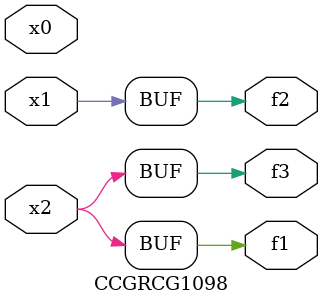
<source format=v>
module CCGRCG1098(
	input x0, x1, x2,
	output f1, f2, f3
);
	assign f1 = x2;
	assign f2 = x1;
	assign f3 = x2;
endmodule

</source>
